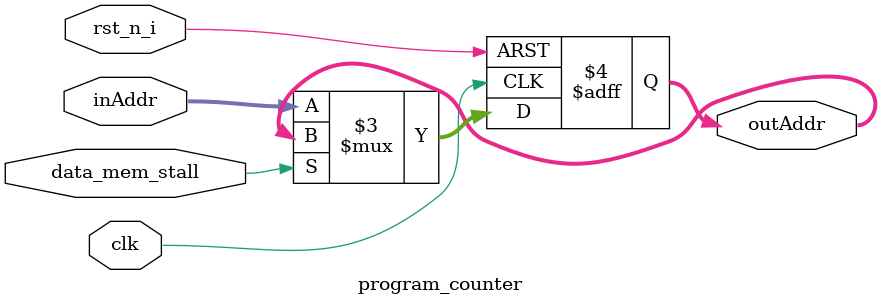
<source format=v>
/*
	Authored 2018-2019, Ryan Voo.

	All rights reserved.
	Redistribution and use in source and binary forms, with or without
	modification, are permitted provided that the following conditions
	are met:

	*	Redistributions of source code must retain the above
		copyright notice, this list of conditions and the following
		disclaimer.

	*	Redistributions in binary form must reproduce the above
		copyright notice, this list of conditions and the following
		disclaimer in the documentation and/or other materials
		provided with the distribution.

	*	Neither the name of the author nor the names of its
		contributors may be used to endorse or promote products
		derived from this software without specific prior written
		permission.

	THIS SOFTWARE IS PROVIDED BY THE COPYRIGHT HOLDERS AND CONTRIBUTORS
	"AS IS" AND ANY EXPRESS OR IMPLIED WARRANTIES, INCLUDING, BUT NOT
	LIMITED TO, THE IMPLIED WARRANTIES OF MERCHANTABILITY AND FITNESS
	FOR A PARTICULAR PURPOSE ARE DISCLAIMED. IN NO EVENT SHALL THE
	COPYRIGHT OWNER OR CONTRIBUTORS BE LIABLE FOR ANY DIRECT, INDIRECT,
	INCIDENTAL, SPECIAL, EXEMPLARY, OR CONSEQUENTIAL DAMAGES (INCLUDING,
	BUT NOT LIMITED TO, PROCUREMENT OF SUBSTITUTE GOODS OR SERVICES;
	LOSS OF USE, DATA, OR PROFITS; OR BUSINESS INTERRUPTION) HOWEVER
	CAUSED AND ON ANY THEORY OF LIABILITY, WHETHER IN CONTRACT, STRICT
	LIABILITY, OR TORT (INCLUDING NEGLIGENCE OR OTHERWISE) ARISING IN
	ANY WAY OUT OF THE USE OF THIS SOFTWARE, EVEN IF ADVISED OF THE
	POSSIBILITY OF SUCH DAMAGE.
*/



/*
 *	Description:
 *
 *		This module implements the program counter
 */



module program_counter(inAddr, outAddr, clk, rst_n_i, data_mem_stall);
	input			clk;
	input           rst_n_i;
	input			data_mem_stall;
	input [31:0]		inAddr;
	output reg[31:0]	outAddr;

	always @(posedge clk, negedge rst_n_i) begin
		if (!rst_n_i) begin
			outAddr <= 32'b0;
		end
		else begin
			outAddr <= data_mem_stall ? outAddr : inAddr;
		end
	end
endmodule

</source>
